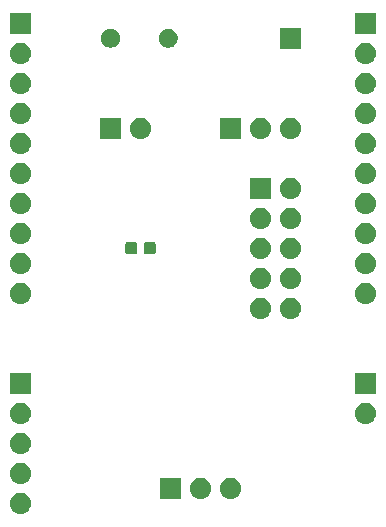
<source format=gbr>
G04 #@! TF.GenerationSoftware,KiCad,Pcbnew,(5.0.1-3-g963ef8bb5)*
G04 #@! TF.CreationDate,2019-11-01T03:39:26+09:00*
G04 #@! TF.ProjectId,DDAC8S,4444414338532E6B696361645F706362,rev?*
G04 #@! TF.SameCoordinates,Original*
G04 #@! TF.FileFunction,Soldermask,Bot*
G04 #@! TF.FilePolarity,Negative*
%FSLAX46Y46*%
G04 Gerber Fmt 4.6, Leading zero omitted, Abs format (unit mm)*
G04 Created by KiCad (PCBNEW (5.0.1-3-g963ef8bb5)) date 2019 November 01, Friday 03:39:26*
%MOMM*%
%LPD*%
G01*
G04 APERTURE LIST*
%ADD10C,0.100000*%
G04 APERTURE END LIST*
D10*
G36*
X152510442Y-131185518D02*
X152576627Y-131192037D01*
X152689853Y-131226384D01*
X152746467Y-131243557D01*
X152876363Y-131312989D01*
X152902991Y-131327222D01*
X152938729Y-131356552D01*
X153040186Y-131439814D01*
X153123448Y-131541271D01*
X153152778Y-131577009D01*
X153152779Y-131577011D01*
X153236443Y-131733533D01*
X153236443Y-131733534D01*
X153287963Y-131903373D01*
X153305359Y-132080000D01*
X153287963Y-132256627D01*
X153253616Y-132369853D01*
X153236443Y-132426467D01*
X153162348Y-132565087D01*
X153152778Y-132582991D01*
X153123448Y-132618729D01*
X153040186Y-132720186D01*
X152938729Y-132803448D01*
X152902991Y-132832778D01*
X152902989Y-132832779D01*
X152746467Y-132916443D01*
X152689853Y-132933616D01*
X152576627Y-132967963D01*
X152510443Y-132974481D01*
X152444260Y-132981000D01*
X152355740Y-132981000D01*
X152289557Y-132974481D01*
X152223373Y-132967963D01*
X152110147Y-132933616D01*
X152053533Y-132916443D01*
X151897011Y-132832779D01*
X151897009Y-132832778D01*
X151861271Y-132803448D01*
X151759814Y-132720186D01*
X151676552Y-132618729D01*
X151647222Y-132582991D01*
X151637652Y-132565087D01*
X151563557Y-132426467D01*
X151546384Y-132369853D01*
X151512037Y-132256627D01*
X151494641Y-132080000D01*
X151512037Y-131903373D01*
X151563557Y-131733534D01*
X151563557Y-131733533D01*
X151647221Y-131577011D01*
X151647222Y-131577009D01*
X151676552Y-131541271D01*
X151759814Y-131439814D01*
X151861271Y-131356552D01*
X151897009Y-131327222D01*
X151923637Y-131312989D01*
X152053533Y-131243557D01*
X152110147Y-131226384D01*
X152223373Y-131192037D01*
X152289558Y-131185518D01*
X152355740Y-131179000D01*
X152444260Y-131179000D01*
X152510442Y-131185518D01*
X152510442Y-131185518D01*
G37*
G36*
X167750442Y-129915518D02*
X167816627Y-129922037D01*
X167929853Y-129956384D01*
X167986467Y-129973557D01*
X168116363Y-130042989D01*
X168142991Y-130057222D01*
X168178729Y-130086552D01*
X168280186Y-130169814D01*
X168363448Y-130271271D01*
X168392778Y-130307009D01*
X168392779Y-130307011D01*
X168476443Y-130463533D01*
X168476443Y-130463534D01*
X168527963Y-130633373D01*
X168545359Y-130810000D01*
X168527963Y-130986627D01*
X168493616Y-131099853D01*
X168476443Y-131156467D01*
X168457430Y-131192037D01*
X168392778Y-131312991D01*
X168363448Y-131348729D01*
X168280186Y-131450186D01*
X168178729Y-131533448D01*
X168142991Y-131562778D01*
X168142989Y-131562779D01*
X167986467Y-131646443D01*
X167929853Y-131663616D01*
X167816627Y-131697963D01*
X167750443Y-131704481D01*
X167684260Y-131711000D01*
X167595740Y-131711000D01*
X167529557Y-131704481D01*
X167463373Y-131697963D01*
X167350147Y-131663616D01*
X167293533Y-131646443D01*
X167137011Y-131562779D01*
X167137009Y-131562778D01*
X167101271Y-131533448D01*
X166999814Y-131450186D01*
X166916552Y-131348729D01*
X166887222Y-131312991D01*
X166822570Y-131192037D01*
X166803557Y-131156467D01*
X166786384Y-131099853D01*
X166752037Y-130986627D01*
X166734641Y-130810000D01*
X166752037Y-130633373D01*
X166803557Y-130463534D01*
X166803557Y-130463533D01*
X166887221Y-130307011D01*
X166887222Y-130307009D01*
X166916552Y-130271271D01*
X166999814Y-130169814D01*
X167101271Y-130086552D01*
X167137009Y-130057222D01*
X167163637Y-130042989D01*
X167293533Y-129973557D01*
X167350147Y-129956384D01*
X167463373Y-129922037D01*
X167529558Y-129915518D01*
X167595740Y-129909000D01*
X167684260Y-129909000D01*
X167750442Y-129915518D01*
X167750442Y-129915518D01*
G37*
G36*
X166001000Y-131711000D02*
X164199000Y-131711000D01*
X164199000Y-129909000D01*
X166001000Y-129909000D01*
X166001000Y-131711000D01*
X166001000Y-131711000D01*
G37*
G36*
X170290442Y-129915518D02*
X170356627Y-129922037D01*
X170469853Y-129956384D01*
X170526467Y-129973557D01*
X170656363Y-130042989D01*
X170682991Y-130057222D01*
X170718729Y-130086552D01*
X170820186Y-130169814D01*
X170903448Y-130271271D01*
X170932778Y-130307009D01*
X170932779Y-130307011D01*
X171016443Y-130463533D01*
X171016443Y-130463534D01*
X171067963Y-130633373D01*
X171085359Y-130810000D01*
X171067963Y-130986627D01*
X171033616Y-131099853D01*
X171016443Y-131156467D01*
X170997430Y-131192037D01*
X170932778Y-131312991D01*
X170903448Y-131348729D01*
X170820186Y-131450186D01*
X170718729Y-131533448D01*
X170682991Y-131562778D01*
X170682989Y-131562779D01*
X170526467Y-131646443D01*
X170469853Y-131663616D01*
X170356627Y-131697963D01*
X170290443Y-131704481D01*
X170224260Y-131711000D01*
X170135740Y-131711000D01*
X170069557Y-131704481D01*
X170003373Y-131697963D01*
X169890147Y-131663616D01*
X169833533Y-131646443D01*
X169677011Y-131562779D01*
X169677009Y-131562778D01*
X169641271Y-131533448D01*
X169539814Y-131450186D01*
X169456552Y-131348729D01*
X169427222Y-131312991D01*
X169362570Y-131192037D01*
X169343557Y-131156467D01*
X169326384Y-131099853D01*
X169292037Y-130986627D01*
X169274641Y-130810000D01*
X169292037Y-130633373D01*
X169343557Y-130463534D01*
X169343557Y-130463533D01*
X169427221Y-130307011D01*
X169427222Y-130307009D01*
X169456552Y-130271271D01*
X169539814Y-130169814D01*
X169641271Y-130086552D01*
X169677009Y-130057222D01*
X169703637Y-130042989D01*
X169833533Y-129973557D01*
X169890147Y-129956384D01*
X170003373Y-129922037D01*
X170069558Y-129915518D01*
X170135740Y-129909000D01*
X170224260Y-129909000D01*
X170290442Y-129915518D01*
X170290442Y-129915518D01*
G37*
G36*
X152510443Y-128645519D02*
X152576627Y-128652037D01*
X152689853Y-128686384D01*
X152746467Y-128703557D01*
X152885087Y-128777652D01*
X152902991Y-128787222D01*
X152938729Y-128816552D01*
X153040186Y-128899814D01*
X153123448Y-129001271D01*
X153152778Y-129037009D01*
X153152779Y-129037011D01*
X153236443Y-129193533D01*
X153236443Y-129193534D01*
X153287963Y-129363373D01*
X153305359Y-129540000D01*
X153287963Y-129716627D01*
X153253616Y-129829853D01*
X153236443Y-129886467D01*
X153217430Y-129922037D01*
X153152778Y-130042991D01*
X153123448Y-130078729D01*
X153040186Y-130180186D01*
X152938729Y-130263448D01*
X152902991Y-130292778D01*
X152902989Y-130292779D01*
X152746467Y-130376443D01*
X152689853Y-130393616D01*
X152576627Y-130427963D01*
X152510443Y-130434481D01*
X152444260Y-130441000D01*
X152355740Y-130441000D01*
X152289557Y-130434481D01*
X152223373Y-130427963D01*
X152110147Y-130393616D01*
X152053533Y-130376443D01*
X151897011Y-130292779D01*
X151897009Y-130292778D01*
X151861271Y-130263448D01*
X151759814Y-130180186D01*
X151676552Y-130078729D01*
X151647222Y-130042991D01*
X151582570Y-129922037D01*
X151563557Y-129886467D01*
X151546384Y-129829853D01*
X151512037Y-129716627D01*
X151494641Y-129540000D01*
X151512037Y-129363373D01*
X151563557Y-129193534D01*
X151563557Y-129193533D01*
X151647221Y-129037011D01*
X151647222Y-129037009D01*
X151676552Y-129001271D01*
X151759814Y-128899814D01*
X151861271Y-128816552D01*
X151897009Y-128787222D01*
X151914913Y-128777652D01*
X152053533Y-128703557D01*
X152110147Y-128686384D01*
X152223373Y-128652037D01*
X152289557Y-128645519D01*
X152355740Y-128639000D01*
X152444260Y-128639000D01*
X152510443Y-128645519D01*
X152510443Y-128645519D01*
G37*
G36*
X152510443Y-126105519D02*
X152576627Y-126112037D01*
X152689853Y-126146384D01*
X152746467Y-126163557D01*
X152885087Y-126237652D01*
X152902991Y-126247222D01*
X152938729Y-126276552D01*
X153040186Y-126359814D01*
X153123448Y-126461271D01*
X153152778Y-126497009D01*
X153152779Y-126497011D01*
X153236443Y-126653533D01*
X153236443Y-126653534D01*
X153287963Y-126823373D01*
X153305359Y-127000000D01*
X153287963Y-127176627D01*
X153253616Y-127289853D01*
X153236443Y-127346467D01*
X153162348Y-127485087D01*
X153152778Y-127502991D01*
X153123448Y-127538729D01*
X153040186Y-127640186D01*
X152938729Y-127723448D01*
X152902991Y-127752778D01*
X152902989Y-127752779D01*
X152746467Y-127836443D01*
X152689853Y-127853616D01*
X152576627Y-127887963D01*
X152510442Y-127894482D01*
X152444260Y-127901000D01*
X152355740Y-127901000D01*
X152289558Y-127894482D01*
X152223373Y-127887963D01*
X152110147Y-127853616D01*
X152053533Y-127836443D01*
X151897011Y-127752779D01*
X151897009Y-127752778D01*
X151861271Y-127723448D01*
X151759814Y-127640186D01*
X151676552Y-127538729D01*
X151647222Y-127502991D01*
X151637652Y-127485087D01*
X151563557Y-127346467D01*
X151546384Y-127289853D01*
X151512037Y-127176627D01*
X151494641Y-127000000D01*
X151512037Y-126823373D01*
X151563557Y-126653534D01*
X151563557Y-126653533D01*
X151647221Y-126497011D01*
X151647222Y-126497009D01*
X151676552Y-126461271D01*
X151759814Y-126359814D01*
X151861271Y-126276552D01*
X151897009Y-126247222D01*
X151914913Y-126237652D01*
X152053533Y-126163557D01*
X152110147Y-126146384D01*
X152223373Y-126112037D01*
X152289557Y-126105519D01*
X152355740Y-126099000D01*
X152444260Y-126099000D01*
X152510443Y-126105519D01*
X152510443Y-126105519D01*
G37*
G36*
X181720442Y-123565518D02*
X181786627Y-123572037D01*
X181899853Y-123606384D01*
X181956467Y-123623557D01*
X182095087Y-123697652D01*
X182112991Y-123707222D01*
X182148729Y-123736552D01*
X182250186Y-123819814D01*
X182333448Y-123921271D01*
X182362778Y-123957009D01*
X182362779Y-123957011D01*
X182446443Y-124113533D01*
X182446443Y-124113534D01*
X182497963Y-124283373D01*
X182515359Y-124460000D01*
X182497963Y-124636627D01*
X182463616Y-124749853D01*
X182446443Y-124806467D01*
X182372348Y-124945087D01*
X182362778Y-124962991D01*
X182333448Y-124998729D01*
X182250186Y-125100186D01*
X182148729Y-125183448D01*
X182112991Y-125212778D01*
X182112989Y-125212779D01*
X181956467Y-125296443D01*
X181899853Y-125313616D01*
X181786627Y-125347963D01*
X181720442Y-125354482D01*
X181654260Y-125361000D01*
X181565740Y-125361000D01*
X181499558Y-125354482D01*
X181433373Y-125347963D01*
X181320147Y-125313616D01*
X181263533Y-125296443D01*
X181107011Y-125212779D01*
X181107009Y-125212778D01*
X181071271Y-125183448D01*
X180969814Y-125100186D01*
X180886552Y-124998729D01*
X180857222Y-124962991D01*
X180847652Y-124945087D01*
X180773557Y-124806467D01*
X180756384Y-124749853D01*
X180722037Y-124636627D01*
X180704641Y-124460000D01*
X180722037Y-124283373D01*
X180773557Y-124113534D01*
X180773557Y-124113533D01*
X180857221Y-123957011D01*
X180857222Y-123957009D01*
X180886552Y-123921271D01*
X180969814Y-123819814D01*
X181071271Y-123736552D01*
X181107009Y-123707222D01*
X181124913Y-123697652D01*
X181263533Y-123623557D01*
X181320147Y-123606384D01*
X181433373Y-123572037D01*
X181499558Y-123565518D01*
X181565740Y-123559000D01*
X181654260Y-123559000D01*
X181720442Y-123565518D01*
X181720442Y-123565518D01*
G37*
G36*
X152510442Y-123565518D02*
X152576627Y-123572037D01*
X152689853Y-123606384D01*
X152746467Y-123623557D01*
X152885087Y-123697652D01*
X152902991Y-123707222D01*
X152938729Y-123736552D01*
X153040186Y-123819814D01*
X153123448Y-123921271D01*
X153152778Y-123957009D01*
X153152779Y-123957011D01*
X153236443Y-124113533D01*
X153236443Y-124113534D01*
X153287963Y-124283373D01*
X153305359Y-124460000D01*
X153287963Y-124636627D01*
X153253616Y-124749853D01*
X153236443Y-124806467D01*
X153162348Y-124945087D01*
X153152778Y-124962991D01*
X153123448Y-124998729D01*
X153040186Y-125100186D01*
X152938729Y-125183448D01*
X152902991Y-125212778D01*
X152902989Y-125212779D01*
X152746467Y-125296443D01*
X152689853Y-125313616D01*
X152576627Y-125347963D01*
X152510442Y-125354482D01*
X152444260Y-125361000D01*
X152355740Y-125361000D01*
X152289558Y-125354482D01*
X152223373Y-125347963D01*
X152110147Y-125313616D01*
X152053533Y-125296443D01*
X151897011Y-125212779D01*
X151897009Y-125212778D01*
X151861271Y-125183448D01*
X151759814Y-125100186D01*
X151676552Y-124998729D01*
X151647222Y-124962991D01*
X151637652Y-124945087D01*
X151563557Y-124806467D01*
X151546384Y-124749853D01*
X151512037Y-124636627D01*
X151494641Y-124460000D01*
X151512037Y-124283373D01*
X151563557Y-124113534D01*
X151563557Y-124113533D01*
X151647221Y-123957011D01*
X151647222Y-123957009D01*
X151676552Y-123921271D01*
X151759814Y-123819814D01*
X151861271Y-123736552D01*
X151897009Y-123707222D01*
X151914913Y-123697652D01*
X152053533Y-123623557D01*
X152110147Y-123606384D01*
X152223373Y-123572037D01*
X152289558Y-123565518D01*
X152355740Y-123559000D01*
X152444260Y-123559000D01*
X152510442Y-123565518D01*
X152510442Y-123565518D01*
G37*
G36*
X153301000Y-122821000D02*
X151499000Y-122821000D01*
X151499000Y-121019000D01*
X153301000Y-121019000D01*
X153301000Y-122821000D01*
X153301000Y-122821000D01*
G37*
G36*
X182511000Y-122821000D02*
X180709000Y-122821000D01*
X180709000Y-121019000D01*
X182511000Y-121019000D01*
X182511000Y-122821000D01*
X182511000Y-122821000D01*
G37*
G36*
X172830443Y-114675519D02*
X172896627Y-114682037D01*
X173009853Y-114716384D01*
X173066467Y-114733557D01*
X173196363Y-114802989D01*
X173222991Y-114817222D01*
X173258729Y-114846552D01*
X173360186Y-114929814D01*
X173443448Y-115031271D01*
X173472778Y-115067009D01*
X173472779Y-115067011D01*
X173556443Y-115223533D01*
X173556443Y-115223534D01*
X173607963Y-115393373D01*
X173625359Y-115570000D01*
X173607963Y-115746627D01*
X173573616Y-115859853D01*
X173556443Y-115916467D01*
X173482348Y-116055087D01*
X173472778Y-116072991D01*
X173443448Y-116108729D01*
X173360186Y-116210186D01*
X173258729Y-116293448D01*
X173222991Y-116322778D01*
X173222989Y-116322779D01*
X173066467Y-116406443D01*
X173009853Y-116423616D01*
X172896627Y-116457963D01*
X172830442Y-116464482D01*
X172764260Y-116471000D01*
X172675740Y-116471000D01*
X172609558Y-116464482D01*
X172543373Y-116457963D01*
X172430147Y-116423616D01*
X172373533Y-116406443D01*
X172217011Y-116322779D01*
X172217009Y-116322778D01*
X172181271Y-116293448D01*
X172079814Y-116210186D01*
X171996552Y-116108729D01*
X171967222Y-116072991D01*
X171957652Y-116055087D01*
X171883557Y-115916467D01*
X171866384Y-115859853D01*
X171832037Y-115746627D01*
X171814641Y-115570000D01*
X171832037Y-115393373D01*
X171883557Y-115223534D01*
X171883557Y-115223533D01*
X171967221Y-115067011D01*
X171967222Y-115067009D01*
X171996552Y-115031271D01*
X172079814Y-114929814D01*
X172181271Y-114846552D01*
X172217009Y-114817222D01*
X172243637Y-114802989D01*
X172373533Y-114733557D01*
X172430147Y-114716384D01*
X172543373Y-114682037D01*
X172609557Y-114675519D01*
X172675740Y-114669000D01*
X172764260Y-114669000D01*
X172830443Y-114675519D01*
X172830443Y-114675519D01*
G37*
G36*
X175370443Y-114675519D02*
X175436627Y-114682037D01*
X175549853Y-114716384D01*
X175606467Y-114733557D01*
X175736363Y-114802989D01*
X175762991Y-114817222D01*
X175798729Y-114846552D01*
X175900186Y-114929814D01*
X175983448Y-115031271D01*
X176012778Y-115067009D01*
X176012779Y-115067011D01*
X176096443Y-115223533D01*
X176096443Y-115223534D01*
X176147963Y-115393373D01*
X176165359Y-115570000D01*
X176147963Y-115746627D01*
X176113616Y-115859853D01*
X176096443Y-115916467D01*
X176022348Y-116055087D01*
X176012778Y-116072991D01*
X175983448Y-116108729D01*
X175900186Y-116210186D01*
X175798729Y-116293448D01*
X175762991Y-116322778D01*
X175762989Y-116322779D01*
X175606467Y-116406443D01*
X175549853Y-116423616D01*
X175436627Y-116457963D01*
X175370442Y-116464482D01*
X175304260Y-116471000D01*
X175215740Y-116471000D01*
X175149558Y-116464482D01*
X175083373Y-116457963D01*
X174970147Y-116423616D01*
X174913533Y-116406443D01*
X174757011Y-116322779D01*
X174757009Y-116322778D01*
X174721271Y-116293448D01*
X174619814Y-116210186D01*
X174536552Y-116108729D01*
X174507222Y-116072991D01*
X174497652Y-116055087D01*
X174423557Y-115916467D01*
X174406384Y-115859853D01*
X174372037Y-115746627D01*
X174354641Y-115570000D01*
X174372037Y-115393373D01*
X174423557Y-115223534D01*
X174423557Y-115223533D01*
X174507221Y-115067011D01*
X174507222Y-115067009D01*
X174536552Y-115031271D01*
X174619814Y-114929814D01*
X174721271Y-114846552D01*
X174757009Y-114817222D01*
X174783637Y-114802989D01*
X174913533Y-114733557D01*
X174970147Y-114716384D01*
X175083373Y-114682037D01*
X175149557Y-114675519D01*
X175215740Y-114669000D01*
X175304260Y-114669000D01*
X175370443Y-114675519D01*
X175370443Y-114675519D01*
G37*
G36*
X152510443Y-113405519D02*
X152576627Y-113412037D01*
X152689853Y-113446384D01*
X152746467Y-113463557D01*
X152876363Y-113532989D01*
X152902991Y-113547222D01*
X152938729Y-113576552D01*
X153040186Y-113659814D01*
X153123448Y-113761271D01*
X153152778Y-113797009D01*
X153152779Y-113797011D01*
X153236443Y-113953533D01*
X153236443Y-113953534D01*
X153287963Y-114123373D01*
X153305359Y-114300000D01*
X153287963Y-114476627D01*
X153253616Y-114589853D01*
X153236443Y-114646467D01*
X153217430Y-114682037D01*
X153152778Y-114802991D01*
X153123448Y-114838729D01*
X153040186Y-114940186D01*
X152938729Y-115023448D01*
X152902991Y-115052778D01*
X152902989Y-115052779D01*
X152746467Y-115136443D01*
X152689853Y-115153616D01*
X152576627Y-115187963D01*
X152510442Y-115194482D01*
X152444260Y-115201000D01*
X152355740Y-115201000D01*
X152289558Y-115194482D01*
X152223373Y-115187963D01*
X152110147Y-115153616D01*
X152053533Y-115136443D01*
X151897011Y-115052779D01*
X151897009Y-115052778D01*
X151861271Y-115023448D01*
X151759814Y-114940186D01*
X151676552Y-114838729D01*
X151647222Y-114802991D01*
X151582570Y-114682037D01*
X151563557Y-114646467D01*
X151546384Y-114589853D01*
X151512037Y-114476627D01*
X151494641Y-114300000D01*
X151512037Y-114123373D01*
X151563557Y-113953534D01*
X151563557Y-113953533D01*
X151647221Y-113797011D01*
X151647222Y-113797009D01*
X151676552Y-113761271D01*
X151759814Y-113659814D01*
X151861271Y-113576552D01*
X151897009Y-113547222D01*
X151923637Y-113532989D01*
X152053533Y-113463557D01*
X152110147Y-113446384D01*
X152223373Y-113412037D01*
X152289557Y-113405519D01*
X152355740Y-113399000D01*
X152444260Y-113399000D01*
X152510443Y-113405519D01*
X152510443Y-113405519D01*
G37*
G36*
X181720443Y-113405519D02*
X181786627Y-113412037D01*
X181899853Y-113446384D01*
X181956467Y-113463557D01*
X182086363Y-113532989D01*
X182112991Y-113547222D01*
X182148729Y-113576552D01*
X182250186Y-113659814D01*
X182333448Y-113761271D01*
X182362778Y-113797009D01*
X182362779Y-113797011D01*
X182446443Y-113953533D01*
X182446443Y-113953534D01*
X182497963Y-114123373D01*
X182515359Y-114300000D01*
X182497963Y-114476627D01*
X182463616Y-114589853D01*
X182446443Y-114646467D01*
X182427430Y-114682037D01*
X182362778Y-114802991D01*
X182333448Y-114838729D01*
X182250186Y-114940186D01*
X182148729Y-115023448D01*
X182112991Y-115052778D01*
X182112989Y-115052779D01*
X181956467Y-115136443D01*
X181899853Y-115153616D01*
X181786627Y-115187963D01*
X181720442Y-115194482D01*
X181654260Y-115201000D01*
X181565740Y-115201000D01*
X181499558Y-115194482D01*
X181433373Y-115187963D01*
X181320147Y-115153616D01*
X181263533Y-115136443D01*
X181107011Y-115052779D01*
X181107009Y-115052778D01*
X181071271Y-115023448D01*
X180969814Y-114940186D01*
X180886552Y-114838729D01*
X180857222Y-114802991D01*
X180792570Y-114682037D01*
X180773557Y-114646467D01*
X180756384Y-114589853D01*
X180722037Y-114476627D01*
X180704641Y-114300000D01*
X180722037Y-114123373D01*
X180773557Y-113953534D01*
X180773557Y-113953533D01*
X180857221Y-113797011D01*
X180857222Y-113797009D01*
X180886552Y-113761271D01*
X180969814Y-113659814D01*
X181071271Y-113576552D01*
X181107009Y-113547222D01*
X181133637Y-113532989D01*
X181263533Y-113463557D01*
X181320147Y-113446384D01*
X181433373Y-113412037D01*
X181499557Y-113405519D01*
X181565740Y-113399000D01*
X181654260Y-113399000D01*
X181720443Y-113405519D01*
X181720443Y-113405519D01*
G37*
G36*
X172830443Y-112135519D02*
X172896627Y-112142037D01*
X173009853Y-112176384D01*
X173066467Y-112193557D01*
X173196363Y-112262989D01*
X173222991Y-112277222D01*
X173258729Y-112306552D01*
X173360186Y-112389814D01*
X173443448Y-112491271D01*
X173472778Y-112527009D01*
X173472779Y-112527011D01*
X173556443Y-112683533D01*
X173556443Y-112683534D01*
X173607963Y-112853373D01*
X173625359Y-113030000D01*
X173607963Y-113206627D01*
X173573616Y-113319853D01*
X173556443Y-113376467D01*
X173537430Y-113412037D01*
X173472778Y-113532991D01*
X173443448Y-113568729D01*
X173360186Y-113670186D01*
X173258729Y-113753448D01*
X173222991Y-113782778D01*
X173222989Y-113782779D01*
X173066467Y-113866443D01*
X173009853Y-113883616D01*
X172896627Y-113917963D01*
X172830443Y-113924481D01*
X172764260Y-113931000D01*
X172675740Y-113931000D01*
X172609557Y-113924481D01*
X172543373Y-113917963D01*
X172430147Y-113883616D01*
X172373533Y-113866443D01*
X172217011Y-113782779D01*
X172217009Y-113782778D01*
X172181271Y-113753448D01*
X172079814Y-113670186D01*
X171996552Y-113568729D01*
X171967222Y-113532991D01*
X171902570Y-113412037D01*
X171883557Y-113376467D01*
X171866384Y-113319853D01*
X171832037Y-113206627D01*
X171814641Y-113030000D01*
X171832037Y-112853373D01*
X171883557Y-112683534D01*
X171883557Y-112683533D01*
X171967221Y-112527011D01*
X171967222Y-112527009D01*
X171996552Y-112491271D01*
X172079814Y-112389814D01*
X172181271Y-112306552D01*
X172217009Y-112277222D01*
X172243637Y-112262989D01*
X172373533Y-112193557D01*
X172430147Y-112176384D01*
X172543373Y-112142037D01*
X172609557Y-112135519D01*
X172675740Y-112129000D01*
X172764260Y-112129000D01*
X172830443Y-112135519D01*
X172830443Y-112135519D01*
G37*
G36*
X175370443Y-112135519D02*
X175436627Y-112142037D01*
X175549853Y-112176384D01*
X175606467Y-112193557D01*
X175736363Y-112262989D01*
X175762991Y-112277222D01*
X175798729Y-112306552D01*
X175900186Y-112389814D01*
X175983448Y-112491271D01*
X176012778Y-112527009D01*
X176012779Y-112527011D01*
X176096443Y-112683533D01*
X176096443Y-112683534D01*
X176147963Y-112853373D01*
X176165359Y-113030000D01*
X176147963Y-113206627D01*
X176113616Y-113319853D01*
X176096443Y-113376467D01*
X176077430Y-113412037D01*
X176012778Y-113532991D01*
X175983448Y-113568729D01*
X175900186Y-113670186D01*
X175798729Y-113753448D01*
X175762991Y-113782778D01*
X175762989Y-113782779D01*
X175606467Y-113866443D01*
X175549853Y-113883616D01*
X175436627Y-113917963D01*
X175370443Y-113924481D01*
X175304260Y-113931000D01*
X175215740Y-113931000D01*
X175149557Y-113924481D01*
X175083373Y-113917963D01*
X174970147Y-113883616D01*
X174913533Y-113866443D01*
X174757011Y-113782779D01*
X174757009Y-113782778D01*
X174721271Y-113753448D01*
X174619814Y-113670186D01*
X174536552Y-113568729D01*
X174507222Y-113532991D01*
X174442570Y-113412037D01*
X174423557Y-113376467D01*
X174406384Y-113319853D01*
X174372037Y-113206627D01*
X174354641Y-113030000D01*
X174372037Y-112853373D01*
X174423557Y-112683534D01*
X174423557Y-112683533D01*
X174507221Y-112527011D01*
X174507222Y-112527009D01*
X174536552Y-112491271D01*
X174619814Y-112389814D01*
X174721271Y-112306552D01*
X174757009Y-112277222D01*
X174783637Y-112262989D01*
X174913533Y-112193557D01*
X174970147Y-112176384D01*
X175083373Y-112142037D01*
X175149557Y-112135519D01*
X175215740Y-112129000D01*
X175304260Y-112129000D01*
X175370443Y-112135519D01*
X175370443Y-112135519D01*
G37*
G36*
X152507412Y-110865220D02*
X152576627Y-110872037D01*
X152680574Y-110903569D01*
X152746467Y-110923557D01*
X152842402Y-110974836D01*
X152902991Y-111007222D01*
X152938729Y-111036552D01*
X153040186Y-111119814D01*
X153123448Y-111221271D01*
X153152778Y-111257009D01*
X153152779Y-111257011D01*
X153236443Y-111413533D01*
X153236443Y-111413534D01*
X153287963Y-111583373D01*
X153305359Y-111760000D01*
X153287963Y-111936627D01*
X153253616Y-112049853D01*
X153236443Y-112106467D01*
X153217430Y-112142037D01*
X153152778Y-112262991D01*
X153123448Y-112298729D01*
X153040186Y-112400186D01*
X152938729Y-112483448D01*
X152902991Y-112512778D01*
X152902989Y-112512779D01*
X152746467Y-112596443D01*
X152689853Y-112613616D01*
X152576627Y-112647963D01*
X152510442Y-112654482D01*
X152444260Y-112661000D01*
X152355740Y-112661000D01*
X152289558Y-112654482D01*
X152223373Y-112647963D01*
X152110147Y-112613616D01*
X152053533Y-112596443D01*
X151897011Y-112512779D01*
X151897009Y-112512778D01*
X151861271Y-112483448D01*
X151759814Y-112400186D01*
X151676552Y-112298729D01*
X151647222Y-112262991D01*
X151582570Y-112142037D01*
X151563557Y-112106467D01*
X151546384Y-112049853D01*
X151512037Y-111936627D01*
X151494641Y-111760000D01*
X151512037Y-111583373D01*
X151563557Y-111413534D01*
X151563557Y-111413533D01*
X151647221Y-111257011D01*
X151647222Y-111257009D01*
X151676552Y-111221271D01*
X151759814Y-111119814D01*
X151861271Y-111036552D01*
X151897009Y-111007222D01*
X151957598Y-110974836D01*
X152053533Y-110923557D01*
X152119426Y-110903569D01*
X152223373Y-110872037D01*
X152292588Y-110865220D01*
X152355740Y-110859000D01*
X152444260Y-110859000D01*
X152507412Y-110865220D01*
X152507412Y-110865220D01*
G37*
G36*
X181717412Y-110865220D02*
X181786627Y-110872037D01*
X181890574Y-110903569D01*
X181956467Y-110923557D01*
X182052402Y-110974836D01*
X182112991Y-111007222D01*
X182148729Y-111036552D01*
X182250186Y-111119814D01*
X182333448Y-111221271D01*
X182362778Y-111257009D01*
X182362779Y-111257011D01*
X182446443Y-111413533D01*
X182446443Y-111413534D01*
X182497963Y-111583373D01*
X182515359Y-111760000D01*
X182497963Y-111936627D01*
X182463616Y-112049853D01*
X182446443Y-112106467D01*
X182427430Y-112142037D01*
X182362778Y-112262991D01*
X182333448Y-112298729D01*
X182250186Y-112400186D01*
X182148729Y-112483448D01*
X182112991Y-112512778D01*
X182112989Y-112512779D01*
X181956467Y-112596443D01*
X181899853Y-112613616D01*
X181786627Y-112647963D01*
X181720442Y-112654482D01*
X181654260Y-112661000D01*
X181565740Y-112661000D01*
X181499558Y-112654482D01*
X181433373Y-112647963D01*
X181320147Y-112613616D01*
X181263533Y-112596443D01*
X181107011Y-112512779D01*
X181107009Y-112512778D01*
X181071271Y-112483448D01*
X180969814Y-112400186D01*
X180886552Y-112298729D01*
X180857222Y-112262991D01*
X180792570Y-112142037D01*
X180773557Y-112106467D01*
X180756384Y-112049853D01*
X180722037Y-111936627D01*
X180704641Y-111760000D01*
X180722037Y-111583373D01*
X180773557Y-111413534D01*
X180773557Y-111413533D01*
X180857221Y-111257011D01*
X180857222Y-111257009D01*
X180886552Y-111221271D01*
X180969814Y-111119814D01*
X181071271Y-111036552D01*
X181107009Y-111007222D01*
X181167598Y-110974836D01*
X181263533Y-110923557D01*
X181329426Y-110903569D01*
X181433373Y-110872037D01*
X181502588Y-110865220D01*
X181565740Y-110859000D01*
X181654260Y-110859000D01*
X181717412Y-110865220D01*
X181717412Y-110865220D01*
G37*
G36*
X175370442Y-109595518D02*
X175436627Y-109602037D01*
X175549853Y-109636384D01*
X175606467Y-109653557D01*
X175736363Y-109722989D01*
X175762991Y-109737222D01*
X175798729Y-109766552D01*
X175900186Y-109849814D01*
X175983448Y-109951271D01*
X176012778Y-109987009D01*
X176012779Y-109987011D01*
X176096443Y-110143533D01*
X176096443Y-110143534D01*
X176147963Y-110313373D01*
X176165359Y-110490000D01*
X176147963Y-110666627D01*
X176116074Y-110771750D01*
X176096443Y-110836467D01*
X176038718Y-110944461D01*
X176012778Y-110992991D01*
X175997746Y-111011307D01*
X175900186Y-111130186D01*
X175798729Y-111213448D01*
X175762991Y-111242778D01*
X175762989Y-111242779D01*
X175606467Y-111326443D01*
X175549853Y-111343616D01*
X175436627Y-111377963D01*
X175370443Y-111384481D01*
X175304260Y-111391000D01*
X175215740Y-111391000D01*
X175149557Y-111384481D01*
X175083373Y-111377963D01*
X174970147Y-111343616D01*
X174913533Y-111326443D01*
X174757011Y-111242779D01*
X174757009Y-111242778D01*
X174721271Y-111213448D01*
X174619814Y-111130186D01*
X174522254Y-111011307D01*
X174507222Y-110992991D01*
X174481282Y-110944461D01*
X174423557Y-110836467D01*
X174403926Y-110771750D01*
X174372037Y-110666627D01*
X174354641Y-110490000D01*
X174372037Y-110313373D01*
X174423557Y-110143534D01*
X174423557Y-110143533D01*
X174507221Y-109987011D01*
X174507222Y-109987009D01*
X174536552Y-109951271D01*
X174619814Y-109849814D01*
X174721271Y-109766552D01*
X174757009Y-109737222D01*
X174783637Y-109722989D01*
X174913533Y-109653557D01*
X174970147Y-109636384D01*
X175083373Y-109602037D01*
X175149558Y-109595518D01*
X175215740Y-109589000D01*
X175304260Y-109589000D01*
X175370442Y-109595518D01*
X175370442Y-109595518D01*
G37*
G36*
X172830442Y-109595518D02*
X172896627Y-109602037D01*
X173009853Y-109636384D01*
X173066467Y-109653557D01*
X173196363Y-109722989D01*
X173222991Y-109737222D01*
X173258729Y-109766552D01*
X173360186Y-109849814D01*
X173443448Y-109951271D01*
X173472778Y-109987009D01*
X173472779Y-109987011D01*
X173556443Y-110143533D01*
X173556443Y-110143534D01*
X173607963Y-110313373D01*
X173625359Y-110490000D01*
X173607963Y-110666627D01*
X173576074Y-110771750D01*
X173556443Y-110836467D01*
X173498718Y-110944461D01*
X173472778Y-110992991D01*
X173457746Y-111011307D01*
X173360186Y-111130186D01*
X173258729Y-111213448D01*
X173222991Y-111242778D01*
X173222989Y-111242779D01*
X173066467Y-111326443D01*
X173009853Y-111343616D01*
X172896627Y-111377963D01*
X172830443Y-111384481D01*
X172764260Y-111391000D01*
X172675740Y-111391000D01*
X172609557Y-111384481D01*
X172543373Y-111377963D01*
X172430147Y-111343616D01*
X172373533Y-111326443D01*
X172217011Y-111242779D01*
X172217009Y-111242778D01*
X172181271Y-111213448D01*
X172079814Y-111130186D01*
X171982254Y-111011307D01*
X171967222Y-110992991D01*
X171941282Y-110944461D01*
X171883557Y-110836467D01*
X171863926Y-110771750D01*
X171832037Y-110666627D01*
X171814641Y-110490000D01*
X171832037Y-110313373D01*
X171883557Y-110143534D01*
X171883557Y-110143533D01*
X171967221Y-109987011D01*
X171967222Y-109987009D01*
X171996552Y-109951271D01*
X172079814Y-109849814D01*
X172181271Y-109766552D01*
X172217009Y-109737222D01*
X172243637Y-109722989D01*
X172373533Y-109653557D01*
X172430147Y-109636384D01*
X172543373Y-109602037D01*
X172609558Y-109595518D01*
X172675740Y-109589000D01*
X172764260Y-109589000D01*
X172830442Y-109595518D01*
X172830442Y-109595518D01*
G37*
G36*
X162114591Y-109968085D02*
X162148569Y-109978393D01*
X162179887Y-109995133D01*
X162207339Y-110017661D01*
X162229867Y-110045113D01*
X162246607Y-110076431D01*
X162256915Y-110110409D01*
X162261000Y-110151890D01*
X162261000Y-110828110D01*
X162256915Y-110869591D01*
X162246607Y-110903569D01*
X162229867Y-110934887D01*
X162207339Y-110962339D01*
X162179887Y-110984867D01*
X162148569Y-111001607D01*
X162114591Y-111011915D01*
X162073110Y-111016000D01*
X161471890Y-111016000D01*
X161430409Y-111011915D01*
X161396431Y-111001607D01*
X161365113Y-110984867D01*
X161337661Y-110962339D01*
X161315133Y-110934887D01*
X161298393Y-110903569D01*
X161288085Y-110869591D01*
X161284000Y-110828110D01*
X161284000Y-110151890D01*
X161288085Y-110110409D01*
X161298393Y-110076431D01*
X161315133Y-110045113D01*
X161337661Y-110017661D01*
X161365113Y-109995133D01*
X161396431Y-109978393D01*
X161430409Y-109968085D01*
X161471890Y-109964000D01*
X162073110Y-109964000D01*
X162114591Y-109968085D01*
X162114591Y-109968085D01*
G37*
G36*
X163689591Y-109968085D02*
X163723569Y-109978393D01*
X163754887Y-109995133D01*
X163782339Y-110017661D01*
X163804867Y-110045113D01*
X163821607Y-110076431D01*
X163831915Y-110110409D01*
X163836000Y-110151890D01*
X163836000Y-110828110D01*
X163831915Y-110869591D01*
X163821607Y-110903569D01*
X163804867Y-110934887D01*
X163782339Y-110962339D01*
X163754887Y-110984867D01*
X163723569Y-111001607D01*
X163689591Y-111011915D01*
X163648110Y-111016000D01*
X163046890Y-111016000D01*
X163005409Y-111011915D01*
X162971431Y-111001607D01*
X162940113Y-110984867D01*
X162912661Y-110962339D01*
X162890133Y-110934887D01*
X162873393Y-110903569D01*
X162863085Y-110869591D01*
X162859000Y-110828110D01*
X162859000Y-110151890D01*
X162863085Y-110110409D01*
X162873393Y-110076431D01*
X162890133Y-110045113D01*
X162912661Y-110017661D01*
X162940113Y-109995133D01*
X162971431Y-109978393D01*
X163005409Y-109968085D01*
X163046890Y-109964000D01*
X163648110Y-109964000D01*
X163689591Y-109968085D01*
X163689591Y-109968085D01*
G37*
G36*
X181720443Y-108325519D02*
X181786627Y-108332037D01*
X181899853Y-108366384D01*
X181956467Y-108383557D01*
X182086363Y-108452989D01*
X182112991Y-108467222D01*
X182148729Y-108496552D01*
X182250186Y-108579814D01*
X182333448Y-108681271D01*
X182362778Y-108717009D01*
X182362779Y-108717011D01*
X182446443Y-108873533D01*
X182446443Y-108873534D01*
X182497963Y-109043373D01*
X182515359Y-109220000D01*
X182497963Y-109396627D01*
X182463616Y-109509853D01*
X182446443Y-109566467D01*
X182427430Y-109602037D01*
X182362778Y-109722991D01*
X182333448Y-109758729D01*
X182250186Y-109860186D01*
X182148729Y-109943448D01*
X182112991Y-109972778D01*
X182112989Y-109972779D01*
X181956467Y-110056443D01*
X181903362Y-110072552D01*
X181786627Y-110107963D01*
X181720443Y-110114481D01*
X181654260Y-110121000D01*
X181565740Y-110121000D01*
X181499557Y-110114481D01*
X181433373Y-110107963D01*
X181316638Y-110072552D01*
X181263533Y-110056443D01*
X181107011Y-109972779D01*
X181107009Y-109972778D01*
X181071271Y-109943448D01*
X180969814Y-109860186D01*
X180886552Y-109758729D01*
X180857222Y-109722991D01*
X180792570Y-109602037D01*
X180773557Y-109566467D01*
X180756384Y-109509853D01*
X180722037Y-109396627D01*
X180704641Y-109220000D01*
X180722037Y-109043373D01*
X180773557Y-108873534D01*
X180773557Y-108873533D01*
X180857221Y-108717011D01*
X180857222Y-108717009D01*
X180886552Y-108681271D01*
X180969814Y-108579814D01*
X181071271Y-108496552D01*
X181107009Y-108467222D01*
X181133637Y-108452989D01*
X181263533Y-108383557D01*
X181320147Y-108366384D01*
X181433373Y-108332037D01*
X181499557Y-108325519D01*
X181565740Y-108319000D01*
X181654260Y-108319000D01*
X181720443Y-108325519D01*
X181720443Y-108325519D01*
G37*
G36*
X152510443Y-108325519D02*
X152576627Y-108332037D01*
X152689853Y-108366384D01*
X152746467Y-108383557D01*
X152876363Y-108452989D01*
X152902991Y-108467222D01*
X152938729Y-108496552D01*
X153040186Y-108579814D01*
X153123448Y-108681271D01*
X153152778Y-108717009D01*
X153152779Y-108717011D01*
X153236443Y-108873533D01*
X153236443Y-108873534D01*
X153287963Y-109043373D01*
X153305359Y-109220000D01*
X153287963Y-109396627D01*
X153253616Y-109509853D01*
X153236443Y-109566467D01*
X153217430Y-109602037D01*
X153152778Y-109722991D01*
X153123448Y-109758729D01*
X153040186Y-109860186D01*
X152938729Y-109943448D01*
X152902991Y-109972778D01*
X152902989Y-109972779D01*
X152746467Y-110056443D01*
X152693362Y-110072552D01*
X152576627Y-110107963D01*
X152510443Y-110114481D01*
X152444260Y-110121000D01*
X152355740Y-110121000D01*
X152289557Y-110114481D01*
X152223373Y-110107963D01*
X152106638Y-110072552D01*
X152053533Y-110056443D01*
X151897011Y-109972779D01*
X151897009Y-109972778D01*
X151861271Y-109943448D01*
X151759814Y-109860186D01*
X151676552Y-109758729D01*
X151647222Y-109722991D01*
X151582570Y-109602037D01*
X151563557Y-109566467D01*
X151546384Y-109509853D01*
X151512037Y-109396627D01*
X151494641Y-109220000D01*
X151512037Y-109043373D01*
X151563557Y-108873534D01*
X151563557Y-108873533D01*
X151647221Y-108717011D01*
X151647222Y-108717009D01*
X151676552Y-108681271D01*
X151759814Y-108579814D01*
X151861271Y-108496552D01*
X151897009Y-108467222D01*
X151923637Y-108452989D01*
X152053533Y-108383557D01*
X152110147Y-108366384D01*
X152223373Y-108332037D01*
X152289557Y-108325519D01*
X152355740Y-108319000D01*
X152444260Y-108319000D01*
X152510443Y-108325519D01*
X152510443Y-108325519D01*
G37*
G36*
X172830442Y-107055518D02*
X172896627Y-107062037D01*
X173009853Y-107096384D01*
X173066467Y-107113557D01*
X173196363Y-107182989D01*
X173222991Y-107197222D01*
X173258729Y-107226552D01*
X173360186Y-107309814D01*
X173443448Y-107411271D01*
X173472778Y-107447009D01*
X173472779Y-107447011D01*
X173556443Y-107603533D01*
X173556443Y-107603534D01*
X173607963Y-107773373D01*
X173625359Y-107950000D01*
X173607963Y-108126627D01*
X173573616Y-108239853D01*
X173556443Y-108296467D01*
X173537430Y-108332037D01*
X173472778Y-108452991D01*
X173443448Y-108488729D01*
X173360186Y-108590186D01*
X173258729Y-108673448D01*
X173222991Y-108702778D01*
X173222989Y-108702779D01*
X173066467Y-108786443D01*
X173009853Y-108803616D01*
X172896627Y-108837963D01*
X172830442Y-108844482D01*
X172764260Y-108851000D01*
X172675740Y-108851000D01*
X172609558Y-108844482D01*
X172543373Y-108837963D01*
X172430147Y-108803616D01*
X172373533Y-108786443D01*
X172217011Y-108702779D01*
X172217009Y-108702778D01*
X172181271Y-108673448D01*
X172079814Y-108590186D01*
X171996552Y-108488729D01*
X171967222Y-108452991D01*
X171902570Y-108332037D01*
X171883557Y-108296467D01*
X171866384Y-108239853D01*
X171832037Y-108126627D01*
X171814641Y-107950000D01*
X171832037Y-107773373D01*
X171883557Y-107603534D01*
X171883557Y-107603533D01*
X171967221Y-107447011D01*
X171967222Y-107447009D01*
X171996552Y-107411271D01*
X172079814Y-107309814D01*
X172181271Y-107226552D01*
X172217009Y-107197222D01*
X172243637Y-107182989D01*
X172373533Y-107113557D01*
X172430147Y-107096384D01*
X172543373Y-107062037D01*
X172609558Y-107055518D01*
X172675740Y-107049000D01*
X172764260Y-107049000D01*
X172830442Y-107055518D01*
X172830442Y-107055518D01*
G37*
G36*
X175370442Y-107055518D02*
X175436627Y-107062037D01*
X175549853Y-107096384D01*
X175606467Y-107113557D01*
X175736363Y-107182989D01*
X175762991Y-107197222D01*
X175798729Y-107226552D01*
X175900186Y-107309814D01*
X175983448Y-107411271D01*
X176012778Y-107447009D01*
X176012779Y-107447011D01*
X176096443Y-107603533D01*
X176096443Y-107603534D01*
X176147963Y-107773373D01*
X176165359Y-107950000D01*
X176147963Y-108126627D01*
X176113616Y-108239853D01*
X176096443Y-108296467D01*
X176077430Y-108332037D01*
X176012778Y-108452991D01*
X175983448Y-108488729D01*
X175900186Y-108590186D01*
X175798729Y-108673448D01*
X175762991Y-108702778D01*
X175762989Y-108702779D01*
X175606467Y-108786443D01*
X175549853Y-108803616D01*
X175436627Y-108837963D01*
X175370442Y-108844482D01*
X175304260Y-108851000D01*
X175215740Y-108851000D01*
X175149558Y-108844482D01*
X175083373Y-108837963D01*
X174970147Y-108803616D01*
X174913533Y-108786443D01*
X174757011Y-108702779D01*
X174757009Y-108702778D01*
X174721271Y-108673448D01*
X174619814Y-108590186D01*
X174536552Y-108488729D01*
X174507222Y-108452991D01*
X174442570Y-108332037D01*
X174423557Y-108296467D01*
X174406384Y-108239853D01*
X174372037Y-108126627D01*
X174354641Y-107950000D01*
X174372037Y-107773373D01*
X174423557Y-107603534D01*
X174423557Y-107603533D01*
X174507221Y-107447011D01*
X174507222Y-107447009D01*
X174536552Y-107411271D01*
X174619814Y-107309814D01*
X174721271Y-107226552D01*
X174757009Y-107197222D01*
X174783637Y-107182989D01*
X174913533Y-107113557D01*
X174970147Y-107096384D01*
X175083373Y-107062037D01*
X175149558Y-107055518D01*
X175215740Y-107049000D01*
X175304260Y-107049000D01*
X175370442Y-107055518D01*
X175370442Y-107055518D01*
G37*
G36*
X152510443Y-105785519D02*
X152576627Y-105792037D01*
X152689853Y-105826384D01*
X152746467Y-105843557D01*
X152876363Y-105912989D01*
X152902991Y-105927222D01*
X152938729Y-105956552D01*
X153040186Y-106039814D01*
X153123448Y-106141271D01*
X153152778Y-106177009D01*
X153152779Y-106177011D01*
X153236443Y-106333533D01*
X153236443Y-106333534D01*
X153287963Y-106503373D01*
X153305359Y-106680000D01*
X153287963Y-106856627D01*
X153253616Y-106969853D01*
X153236443Y-107026467D01*
X153217430Y-107062037D01*
X153152778Y-107182991D01*
X153123448Y-107218729D01*
X153040186Y-107320186D01*
X152938729Y-107403448D01*
X152902991Y-107432778D01*
X152902989Y-107432779D01*
X152746467Y-107516443D01*
X152689853Y-107533616D01*
X152576627Y-107567963D01*
X152510443Y-107574481D01*
X152444260Y-107581000D01*
X152355740Y-107581000D01*
X152289557Y-107574481D01*
X152223373Y-107567963D01*
X152110147Y-107533616D01*
X152053533Y-107516443D01*
X151897011Y-107432779D01*
X151897009Y-107432778D01*
X151861271Y-107403448D01*
X151759814Y-107320186D01*
X151676552Y-107218729D01*
X151647222Y-107182991D01*
X151582570Y-107062037D01*
X151563557Y-107026467D01*
X151546384Y-106969853D01*
X151512037Y-106856627D01*
X151494641Y-106680000D01*
X151512037Y-106503373D01*
X151563557Y-106333534D01*
X151563557Y-106333533D01*
X151647221Y-106177011D01*
X151647222Y-106177009D01*
X151676552Y-106141271D01*
X151759814Y-106039814D01*
X151861271Y-105956552D01*
X151897009Y-105927222D01*
X151923637Y-105912989D01*
X152053533Y-105843557D01*
X152110147Y-105826384D01*
X152223373Y-105792037D01*
X152289557Y-105785519D01*
X152355740Y-105779000D01*
X152444260Y-105779000D01*
X152510443Y-105785519D01*
X152510443Y-105785519D01*
G37*
G36*
X181720443Y-105785519D02*
X181786627Y-105792037D01*
X181899853Y-105826384D01*
X181956467Y-105843557D01*
X182086363Y-105912989D01*
X182112991Y-105927222D01*
X182148729Y-105956552D01*
X182250186Y-106039814D01*
X182333448Y-106141271D01*
X182362778Y-106177009D01*
X182362779Y-106177011D01*
X182446443Y-106333533D01*
X182446443Y-106333534D01*
X182497963Y-106503373D01*
X182515359Y-106680000D01*
X182497963Y-106856627D01*
X182463616Y-106969853D01*
X182446443Y-107026467D01*
X182427430Y-107062037D01*
X182362778Y-107182991D01*
X182333448Y-107218729D01*
X182250186Y-107320186D01*
X182148729Y-107403448D01*
X182112991Y-107432778D01*
X182112989Y-107432779D01*
X181956467Y-107516443D01*
X181899853Y-107533616D01*
X181786627Y-107567963D01*
X181720443Y-107574481D01*
X181654260Y-107581000D01*
X181565740Y-107581000D01*
X181499557Y-107574481D01*
X181433373Y-107567963D01*
X181320147Y-107533616D01*
X181263533Y-107516443D01*
X181107011Y-107432779D01*
X181107009Y-107432778D01*
X181071271Y-107403448D01*
X180969814Y-107320186D01*
X180886552Y-107218729D01*
X180857222Y-107182991D01*
X180792570Y-107062037D01*
X180773557Y-107026467D01*
X180756384Y-106969853D01*
X180722037Y-106856627D01*
X180704641Y-106680000D01*
X180722037Y-106503373D01*
X180773557Y-106333534D01*
X180773557Y-106333533D01*
X180857221Y-106177011D01*
X180857222Y-106177009D01*
X180886552Y-106141271D01*
X180969814Y-106039814D01*
X181071271Y-105956552D01*
X181107009Y-105927222D01*
X181133637Y-105912989D01*
X181263533Y-105843557D01*
X181320147Y-105826384D01*
X181433373Y-105792037D01*
X181499557Y-105785519D01*
X181565740Y-105779000D01*
X181654260Y-105779000D01*
X181720443Y-105785519D01*
X181720443Y-105785519D01*
G37*
G36*
X173621000Y-106311000D02*
X171819000Y-106311000D01*
X171819000Y-104509000D01*
X173621000Y-104509000D01*
X173621000Y-106311000D01*
X173621000Y-106311000D01*
G37*
G36*
X175370443Y-104515519D02*
X175436627Y-104522037D01*
X175549853Y-104556384D01*
X175606467Y-104573557D01*
X175736363Y-104642989D01*
X175762991Y-104657222D01*
X175798729Y-104686552D01*
X175900186Y-104769814D01*
X175983448Y-104871271D01*
X176012778Y-104907009D01*
X176012779Y-104907011D01*
X176096443Y-105063533D01*
X176096443Y-105063534D01*
X176147963Y-105233373D01*
X176165359Y-105410000D01*
X176147963Y-105586627D01*
X176113616Y-105699853D01*
X176096443Y-105756467D01*
X176077430Y-105792037D01*
X176012778Y-105912991D01*
X175983448Y-105948729D01*
X175900186Y-106050186D01*
X175798729Y-106133448D01*
X175762991Y-106162778D01*
X175762989Y-106162779D01*
X175606467Y-106246443D01*
X175549853Y-106263616D01*
X175436627Y-106297963D01*
X175370442Y-106304482D01*
X175304260Y-106311000D01*
X175215740Y-106311000D01*
X175149558Y-106304482D01*
X175083373Y-106297963D01*
X174970147Y-106263616D01*
X174913533Y-106246443D01*
X174757011Y-106162779D01*
X174757009Y-106162778D01*
X174721271Y-106133448D01*
X174619814Y-106050186D01*
X174536552Y-105948729D01*
X174507222Y-105912991D01*
X174442570Y-105792037D01*
X174423557Y-105756467D01*
X174406384Y-105699853D01*
X174372037Y-105586627D01*
X174354641Y-105410000D01*
X174372037Y-105233373D01*
X174423557Y-105063534D01*
X174423557Y-105063533D01*
X174507221Y-104907011D01*
X174507222Y-104907009D01*
X174536552Y-104871271D01*
X174619814Y-104769814D01*
X174721271Y-104686552D01*
X174757009Y-104657222D01*
X174783637Y-104642989D01*
X174913533Y-104573557D01*
X174970147Y-104556384D01*
X175083373Y-104522037D01*
X175149557Y-104515519D01*
X175215740Y-104509000D01*
X175304260Y-104509000D01*
X175370443Y-104515519D01*
X175370443Y-104515519D01*
G37*
G36*
X181720443Y-103245519D02*
X181786627Y-103252037D01*
X181899853Y-103286384D01*
X181956467Y-103303557D01*
X182095087Y-103377652D01*
X182112991Y-103387222D01*
X182148729Y-103416552D01*
X182250186Y-103499814D01*
X182333448Y-103601271D01*
X182362778Y-103637009D01*
X182362779Y-103637011D01*
X182446443Y-103793533D01*
X182446443Y-103793534D01*
X182497963Y-103963373D01*
X182515359Y-104140000D01*
X182497963Y-104316627D01*
X182463616Y-104429853D01*
X182446443Y-104486467D01*
X182427430Y-104522037D01*
X182362778Y-104642991D01*
X182333448Y-104678729D01*
X182250186Y-104780186D01*
X182148729Y-104863448D01*
X182112991Y-104892778D01*
X182112989Y-104892779D01*
X181956467Y-104976443D01*
X181899853Y-104993616D01*
X181786627Y-105027963D01*
X181720442Y-105034482D01*
X181654260Y-105041000D01*
X181565740Y-105041000D01*
X181499557Y-105034481D01*
X181433373Y-105027963D01*
X181320147Y-104993616D01*
X181263533Y-104976443D01*
X181107011Y-104892779D01*
X181107009Y-104892778D01*
X181071271Y-104863448D01*
X180969814Y-104780186D01*
X180886552Y-104678729D01*
X180857222Y-104642991D01*
X180792570Y-104522037D01*
X180773557Y-104486467D01*
X180756384Y-104429853D01*
X180722037Y-104316627D01*
X180704641Y-104140000D01*
X180722037Y-103963373D01*
X180773557Y-103793534D01*
X180773557Y-103793533D01*
X180857221Y-103637011D01*
X180857222Y-103637009D01*
X180886552Y-103601271D01*
X180969814Y-103499814D01*
X181071271Y-103416552D01*
X181107009Y-103387222D01*
X181124913Y-103377652D01*
X181263533Y-103303557D01*
X181320147Y-103286384D01*
X181433373Y-103252037D01*
X181499558Y-103245518D01*
X181565740Y-103239000D01*
X181654260Y-103239000D01*
X181720443Y-103245519D01*
X181720443Y-103245519D01*
G37*
G36*
X152510443Y-103245519D02*
X152576627Y-103252037D01*
X152689853Y-103286384D01*
X152746467Y-103303557D01*
X152885087Y-103377652D01*
X152902991Y-103387222D01*
X152938729Y-103416552D01*
X153040186Y-103499814D01*
X153123448Y-103601271D01*
X153152778Y-103637009D01*
X153152779Y-103637011D01*
X153236443Y-103793533D01*
X153236443Y-103793534D01*
X153287963Y-103963373D01*
X153305359Y-104140000D01*
X153287963Y-104316627D01*
X153253616Y-104429853D01*
X153236443Y-104486467D01*
X153217430Y-104522037D01*
X153152778Y-104642991D01*
X153123448Y-104678729D01*
X153040186Y-104780186D01*
X152938729Y-104863448D01*
X152902991Y-104892778D01*
X152902989Y-104892779D01*
X152746467Y-104976443D01*
X152689853Y-104993616D01*
X152576627Y-105027963D01*
X152510442Y-105034482D01*
X152444260Y-105041000D01*
X152355740Y-105041000D01*
X152289557Y-105034481D01*
X152223373Y-105027963D01*
X152110147Y-104993616D01*
X152053533Y-104976443D01*
X151897011Y-104892779D01*
X151897009Y-104892778D01*
X151861271Y-104863448D01*
X151759814Y-104780186D01*
X151676552Y-104678729D01*
X151647222Y-104642991D01*
X151582570Y-104522037D01*
X151563557Y-104486467D01*
X151546384Y-104429853D01*
X151512037Y-104316627D01*
X151494641Y-104140000D01*
X151512037Y-103963373D01*
X151563557Y-103793534D01*
X151563557Y-103793533D01*
X151647221Y-103637011D01*
X151647222Y-103637009D01*
X151676552Y-103601271D01*
X151759814Y-103499814D01*
X151861271Y-103416552D01*
X151897009Y-103387222D01*
X151914913Y-103377652D01*
X152053533Y-103303557D01*
X152110147Y-103286384D01*
X152223373Y-103252037D01*
X152289558Y-103245518D01*
X152355740Y-103239000D01*
X152444260Y-103239000D01*
X152510443Y-103245519D01*
X152510443Y-103245519D01*
G37*
G36*
X152510443Y-100705519D02*
X152576627Y-100712037D01*
X152689853Y-100746384D01*
X152746467Y-100763557D01*
X152876363Y-100832989D01*
X152902991Y-100847222D01*
X152938729Y-100876552D01*
X153040186Y-100959814D01*
X153123448Y-101061271D01*
X153152778Y-101097009D01*
X153152779Y-101097011D01*
X153236443Y-101253533D01*
X153236443Y-101253534D01*
X153287963Y-101423373D01*
X153305359Y-101600000D01*
X153287963Y-101776627D01*
X153253616Y-101889853D01*
X153236443Y-101946467D01*
X153162348Y-102085087D01*
X153152778Y-102102991D01*
X153123448Y-102138729D01*
X153040186Y-102240186D01*
X152938729Y-102323448D01*
X152902991Y-102352778D01*
X152902989Y-102352779D01*
X152746467Y-102436443D01*
X152689853Y-102453616D01*
X152576627Y-102487963D01*
X152510442Y-102494482D01*
X152444260Y-102501000D01*
X152355740Y-102501000D01*
X152289558Y-102494482D01*
X152223373Y-102487963D01*
X152110147Y-102453616D01*
X152053533Y-102436443D01*
X151897011Y-102352779D01*
X151897009Y-102352778D01*
X151861271Y-102323448D01*
X151759814Y-102240186D01*
X151676552Y-102138729D01*
X151647222Y-102102991D01*
X151637652Y-102085087D01*
X151563557Y-101946467D01*
X151546384Y-101889853D01*
X151512037Y-101776627D01*
X151494641Y-101600000D01*
X151512037Y-101423373D01*
X151563557Y-101253534D01*
X151563557Y-101253533D01*
X151647221Y-101097011D01*
X151647222Y-101097009D01*
X151676552Y-101061271D01*
X151759814Y-100959814D01*
X151861271Y-100876552D01*
X151897009Y-100847222D01*
X151923637Y-100832989D01*
X152053533Y-100763557D01*
X152110147Y-100746384D01*
X152223373Y-100712037D01*
X152289557Y-100705519D01*
X152355740Y-100699000D01*
X152444260Y-100699000D01*
X152510443Y-100705519D01*
X152510443Y-100705519D01*
G37*
G36*
X181720443Y-100705519D02*
X181786627Y-100712037D01*
X181899853Y-100746384D01*
X181956467Y-100763557D01*
X182086363Y-100832989D01*
X182112991Y-100847222D01*
X182148729Y-100876552D01*
X182250186Y-100959814D01*
X182333448Y-101061271D01*
X182362778Y-101097009D01*
X182362779Y-101097011D01*
X182446443Y-101253533D01*
X182446443Y-101253534D01*
X182497963Y-101423373D01*
X182515359Y-101600000D01*
X182497963Y-101776627D01*
X182463616Y-101889853D01*
X182446443Y-101946467D01*
X182372348Y-102085087D01*
X182362778Y-102102991D01*
X182333448Y-102138729D01*
X182250186Y-102240186D01*
X182148729Y-102323448D01*
X182112991Y-102352778D01*
X182112989Y-102352779D01*
X181956467Y-102436443D01*
X181899853Y-102453616D01*
X181786627Y-102487963D01*
X181720442Y-102494482D01*
X181654260Y-102501000D01*
X181565740Y-102501000D01*
X181499558Y-102494482D01*
X181433373Y-102487963D01*
X181320147Y-102453616D01*
X181263533Y-102436443D01*
X181107011Y-102352779D01*
X181107009Y-102352778D01*
X181071271Y-102323448D01*
X180969814Y-102240186D01*
X180886552Y-102138729D01*
X180857222Y-102102991D01*
X180847652Y-102085087D01*
X180773557Y-101946467D01*
X180756384Y-101889853D01*
X180722037Y-101776627D01*
X180704641Y-101600000D01*
X180722037Y-101423373D01*
X180773557Y-101253534D01*
X180773557Y-101253533D01*
X180857221Y-101097011D01*
X180857222Y-101097009D01*
X180886552Y-101061271D01*
X180969814Y-100959814D01*
X181071271Y-100876552D01*
X181107009Y-100847222D01*
X181133637Y-100832989D01*
X181263533Y-100763557D01*
X181320147Y-100746384D01*
X181433373Y-100712037D01*
X181499557Y-100705519D01*
X181565740Y-100699000D01*
X181654260Y-100699000D01*
X181720443Y-100705519D01*
X181720443Y-100705519D01*
G37*
G36*
X172830443Y-99435519D02*
X172896627Y-99442037D01*
X173009853Y-99476384D01*
X173066467Y-99493557D01*
X173196363Y-99562989D01*
X173222991Y-99577222D01*
X173258729Y-99606552D01*
X173360186Y-99689814D01*
X173443448Y-99791271D01*
X173472778Y-99827009D01*
X173472779Y-99827011D01*
X173556443Y-99983533D01*
X173556443Y-99983534D01*
X173607963Y-100153373D01*
X173625359Y-100330000D01*
X173607963Y-100506627D01*
X173573616Y-100619853D01*
X173556443Y-100676467D01*
X173537430Y-100712037D01*
X173472778Y-100832991D01*
X173443448Y-100868729D01*
X173360186Y-100970186D01*
X173258729Y-101053448D01*
X173222991Y-101082778D01*
X173222989Y-101082779D01*
X173066467Y-101166443D01*
X173009853Y-101183616D01*
X172896627Y-101217963D01*
X172830443Y-101224481D01*
X172764260Y-101231000D01*
X172675740Y-101231000D01*
X172609558Y-101224482D01*
X172543373Y-101217963D01*
X172430147Y-101183616D01*
X172373533Y-101166443D01*
X172217011Y-101082779D01*
X172217009Y-101082778D01*
X172181271Y-101053448D01*
X172079814Y-100970186D01*
X171996552Y-100868729D01*
X171967222Y-100832991D01*
X171902570Y-100712037D01*
X171883557Y-100676467D01*
X171866384Y-100619853D01*
X171832037Y-100506627D01*
X171814641Y-100330000D01*
X171832037Y-100153373D01*
X171883557Y-99983534D01*
X171883557Y-99983533D01*
X171967221Y-99827011D01*
X171967222Y-99827009D01*
X171996552Y-99791271D01*
X172079814Y-99689814D01*
X172181271Y-99606552D01*
X172217009Y-99577222D01*
X172243637Y-99562989D01*
X172373533Y-99493557D01*
X172430147Y-99476384D01*
X172543373Y-99442037D01*
X172609558Y-99435518D01*
X172675740Y-99429000D01*
X172764260Y-99429000D01*
X172830443Y-99435519D01*
X172830443Y-99435519D01*
G37*
G36*
X171081000Y-101231000D02*
X169279000Y-101231000D01*
X169279000Y-99429000D01*
X171081000Y-99429000D01*
X171081000Y-101231000D01*
X171081000Y-101231000D01*
G37*
G36*
X162670443Y-99435519D02*
X162736627Y-99442037D01*
X162849853Y-99476384D01*
X162906467Y-99493557D01*
X163036363Y-99562989D01*
X163062991Y-99577222D01*
X163098729Y-99606552D01*
X163200186Y-99689814D01*
X163283448Y-99791271D01*
X163312778Y-99827009D01*
X163312779Y-99827011D01*
X163396443Y-99983533D01*
X163396443Y-99983534D01*
X163447963Y-100153373D01*
X163465359Y-100330000D01*
X163447963Y-100506627D01*
X163413616Y-100619853D01*
X163396443Y-100676467D01*
X163377430Y-100712037D01*
X163312778Y-100832991D01*
X163283448Y-100868729D01*
X163200186Y-100970186D01*
X163098729Y-101053448D01*
X163062991Y-101082778D01*
X163062989Y-101082779D01*
X162906467Y-101166443D01*
X162849853Y-101183616D01*
X162736627Y-101217963D01*
X162670443Y-101224481D01*
X162604260Y-101231000D01*
X162515740Y-101231000D01*
X162449558Y-101224482D01*
X162383373Y-101217963D01*
X162270147Y-101183616D01*
X162213533Y-101166443D01*
X162057011Y-101082779D01*
X162057009Y-101082778D01*
X162021271Y-101053448D01*
X161919814Y-100970186D01*
X161836552Y-100868729D01*
X161807222Y-100832991D01*
X161742570Y-100712037D01*
X161723557Y-100676467D01*
X161706384Y-100619853D01*
X161672037Y-100506627D01*
X161654641Y-100330000D01*
X161672037Y-100153373D01*
X161723557Y-99983534D01*
X161723557Y-99983533D01*
X161807221Y-99827011D01*
X161807222Y-99827009D01*
X161836552Y-99791271D01*
X161919814Y-99689814D01*
X162021271Y-99606552D01*
X162057009Y-99577222D01*
X162083637Y-99562989D01*
X162213533Y-99493557D01*
X162270147Y-99476384D01*
X162383373Y-99442037D01*
X162449558Y-99435518D01*
X162515740Y-99429000D01*
X162604260Y-99429000D01*
X162670443Y-99435519D01*
X162670443Y-99435519D01*
G37*
G36*
X160921000Y-101231000D02*
X159119000Y-101231000D01*
X159119000Y-99429000D01*
X160921000Y-99429000D01*
X160921000Y-101231000D01*
X160921000Y-101231000D01*
G37*
G36*
X175370443Y-99435519D02*
X175436627Y-99442037D01*
X175549853Y-99476384D01*
X175606467Y-99493557D01*
X175736363Y-99562989D01*
X175762991Y-99577222D01*
X175798729Y-99606552D01*
X175900186Y-99689814D01*
X175983448Y-99791271D01*
X176012778Y-99827009D01*
X176012779Y-99827011D01*
X176096443Y-99983533D01*
X176096443Y-99983534D01*
X176147963Y-100153373D01*
X176165359Y-100330000D01*
X176147963Y-100506627D01*
X176113616Y-100619853D01*
X176096443Y-100676467D01*
X176077430Y-100712037D01*
X176012778Y-100832991D01*
X175983448Y-100868729D01*
X175900186Y-100970186D01*
X175798729Y-101053448D01*
X175762991Y-101082778D01*
X175762989Y-101082779D01*
X175606467Y-101166443D01*
X175549853Y-101183616D01*
X175436627Y-101217963D01*
X175370443Y-101224481D01*
X175304260Y-101231000D01*
X175215740Y-101231000D01*
X175149558Y-101224482D01*
X175083373Y-101217963D01*
X174970147Y-101183616D01*
X174913533Y-101166443D01*
X174757011Y-101082779D01*
X174757009Y-101082778D01*
X174721271Y-101053448D01*
X174619814Y-100970186D01*
X174536552Y-100868729D01*
X174507222Y-100832991D01*
X174442570Y-100712037D01*
X174423557Y-100676467D01*
X174406384Y-100619853D01*
X174372037Y-100506627D01*
X174354641Y-100330000D01*
X174372037Y-100153373D01*
X174423557Y-99983534D01*
X174423557Y-99983533D01*
X174507221Y-99827011D01*
X174507222Y-99827009D01*
X174536552Y-99791271D01*
X174619814Y-99689814D01*
X174721271Y-99606552D01*
X174757009Y-99577222D01*
X174783637Y-99562989D01*
X174913533Y-99493557D01*
X174970147Y-99476384D01*
X175083373Y-99442037D01*
X175149558Y-99435518D01*
X175215740Y-99429000D01*
X175304260Y-99429000D01*
X175370443Y-99435519D01*
X175370443Y-99435519D01*
G37*
G36*
X152510443Y-98165519D02*
X152576627Y-98172037D01*
X152689853Y-98206384D01*
X152746467Y-98223557D01*
X152885087Y-98297652D01*
X152902991Y-98307222D01*
X152938729Y-98336552D01*
X153040186Y-98419814D01*
X153123448Y-98521271D01*
X153152778Y-98557009D01*
X153152779Y-98557011D01*
X153236443Y-98713533D01*
X153236443Y-98713534D01*
X153287963Y-98883373D01*
X153305359Y-99060000D01*
X153287963Y-99236627D01*
X153253616Y-99349853D01*
X153236443Y-99406467D01*
X153217430Y-99442037D01*
X153152778Y-99562991D01*
X153123448Y-99598729D01*
X153040186Y-99700186D01*
X152938729Y-99783448D01*
X152902991Y-99812778D01*
X152902989Y-99812779D01*
X152746467Y-99896443D01*
X152689853Y-99913616D01*
X152576627Y-99947963D01*
X152510443Y-99954481D01*
X152444260Y-99961000D01*
X152355740Y-99961000D01*
X152289557Y-99954481D01*
X152223373Y-99947963D01*
X152110147Y-99913616D01*
X152053533Y-99896443D01*
X151897011Y-99812779D01*
X151897009Y-99812778D01*
X151861271Y-99783448D01*
X151759814Y-99700186D01*
X151676552Y-99598729D01*
X151647222Y-99562991D01*
X151582570Y-99442037D01*
X151563557Y-99406467D01*
X151546384Y-99349853D01*
X151512037Y-99236627D01*
X151494641Y-99060000D01*
X151512037Y-98883373D01*
X151563557Y-98713534D01*
X151563557Y-98713533D01*
X151647221Y-98557011D01*
X151647222Y-98557009D01*
X151676552Y-98521271D01*
X151759814Y-98419814D01*
X151861271Y-98336552D01*
X151897009Y-98307222D01*
X151914913Y-98297652D01*
X152053533Y-98223557D01*
X152110147Y-98206384D01*
X152223373Y-98172037D01*
X152289557Y-98165519D01*
X152355740Y-98159000D01*
X152444260Y-98159000D01*
X152510443Y-98165519D01*
X152510443Y-98165519D01*
G37*
G36*
X181720443Y-98165519D02*
X181786627Y-98172037D01*
X181899853Y-98206384D01*
X181956467Y-98223557D01*
X182095087Y-98297652D01*
X182112991Y-98307222D01*
X182148729Y-98336552D01*
X182250186Y-98419814D01*
X182333448Y-98521271D01*
X182362778Y-98557009D01*
X182362779Y-98557011D01*
X182446443Y-98713533D01*
X182446443Y-98713534D01*
X182497963Y-98883373D01*
X182515359Y-99060000D01*
X182497963Y-99236627D01*
X182463616Y-99349853D01*
X182446443Y-99406467D01*
X182427430Y-99442037D01*
X182362778Y-99562991D01*
X182333448Y-99598729D01*
X182250186Y-99700186D01*
X182148729Y-99783448D01*
X182112991Y-99812778D01*
X182112989Y-99812779D01*
X181956467Y-99896443D01*
X181899853Y-99913616D01*
X181786627Y-99947963D01*
X181720443Y-99954481D01*
X181654260Y-99961000D01*
X181565740Y-99961000D01*
X181499557Y-99954481D01*
X181433373Y-99947963D01*
X181320147Y-99913616D01*
X181263533Y-99896443D01*
X181107011Y-99812779D01*
X181107009Y-99812778D01*
X181071271Y-99783448D01*
X180969814Y-99700186D01*
X180886552Y-99598729D01*
X180857222Y-99562991D01*
X180792570Y-99442037D01*
X180773557Y-99406467D01*
X180756384Y-99349853D01*
X180722037Y-99236627D01*
X180704641Y-99060000D01*
X180722037Y-98883373D01*
X180773557Y-98713534D01*
X180773557Y-98713533D01*
X180857221Y-98557011D01*
X180857222Y-98557009D01*
X180886552Y-98521271D01*
X180969814Y-98419814D01*
X181071271Y-98336552D01*
X181107009Y-98307222D01*
X181124913Y-98297652D01*
X181263533Y-98223557D01*
X181320147Y-98206384D01*
X181433373Y-98172037D01*
X181499557Y-98165519D01*
X181565740Y-98159000D01*
X181654260Y-98159000D01*
X181720443Y-98165519D01*
X181720443Y-98165519D01*
G37*
G36*
X181720442Y-95625518D02*
X181786627Y-95632037D01*
X181899853Y-95666384D01*
X181956467Y-95683557D01*
X182095087Y-95757652D01*
X182112991Y-95767222D01*
X182148729Y-95796552D01*
X182250186Y-95879814D01*
X182333448Y-95981271D01*
X182362778Y-96017009D01*
X182362779Y-96017011D01*
X182446443Y-96173533D01*
X182446443Y-96173534D01*
X182497963Y-96343373D01*
X182515359Y-96520000D01*
X182497963Y-96696627D01*
X182463616Y-96809853D01*
X182446443Y-96866467D01*
X182372348Y-97005087D01*
X182362778Y-97022991D01*
X182333448Y-97058729D01*
X182250186Y-97160186D01*
X182148729Y-97243448D01*
X182112991Y-97272778D01*
X182112989Y-97272779D01*
X181956467Y-97356443D01*
X181899853Y-97373616D01*
X181786627Y-97407963D01*
X181720442Y-97414482D01*
X181654260Y-97421000D01*
X181565740Y-97421000D01*
X181499558Y-97414482D01*
X181433373Y-97407963D01*
X181320147Y-97373616D01*
X181263533Y-97356443D01*
X181107011Y-97272779D01*
X181107009Y-97272778D01*
X181071271Y-97243448D01*
X180969814Y-97160186D01*
X180886552Y-97058729D01*
X180857222Y-97022991D01*
X180847652Y-97005087D01*
X180773557Y-96866467D01*
X180756384Y-96809853D01*
X180722037Y-96696627D01*
X180704641Y-96520000D01*
X180722037Y-96343373D01*
X180773557Y-96173534D01*
X180773557Y-96173533D01*
X180857221Y-96017011D01*
X180857222Y-96017009D01*
X180886552Y-95981271D01*
X180969814Y-95879814D01*
X181071271Y-95796552D01*
X181107009Y-95767222D01*
X181124913Y-95757652D01*
X181263533Y-95683557D01*
X181320147Y-95666384D01*
X181433373Y-95632037D01*
X181499558Y-95625518D01*
X181565740Y-95619000D01*
X181654260Y-95619000D01*
X181720442Y-95625518D01*
X181720442Y-95625518D01*
G37*
G36*
X152510442Y-95625518D02*
X152576627Y-95632037D01*
X152689853Y-95666384D01*
X152746467Y-95683557D01*
X152885087Y-95757652D01*
X152902991Y-95767222D01*
X152938729Y-95796552D01*
X153040186Y-95879814D01*
X153123448Y-95981271D01*
X153152778Y-96017009D01*
X153152779Y-96017011D01*
X153236443Y-96173533D01*
X153236443Y-96173534D01*
X153287963Y-96343373D01*
X153305359Y-96520000D01*
X153287963Y-96696627D01*
X153253616Y-96809853D01*
X153236443Y-96866467D01*
X153162348Y-97005087D01*
X153152778Y-97022991D01*
X153123448Y-97058729D01*
X153040186Y-97160186D01*
X152938729Y-97243448D01*
X152902991Y-97272778D01*
X152902989Y-97272779D01*
X152746467Y-97356443D01*
X152689853Y-97373616D01*
X152576627Y-97407963D01*
X152510442Y-97414482D01*
X152444260Y-97421000D01*
X152355740Y-97421000D01*
X152289558Y-97414482D01*
X152223373Y-97407963D01*
X152110147Y-97373616D01*
X152053533Y-97356443D01*
X151897011Y-97272779D01*
X151897009Y-97272778D01*
X151861271Y-97243448D01*
X151759814Y-97160186D01*
X151676552Y-97058729D01*
X151647222Y-97022991D01*
X151637652Y-97005087D01*
X151563557Y-96866467D01*
X151546384Y-96809853D01*
X151512037Y-96696627D01*
X151494641Y-96520000D01*
X151512037Y-96343373D01*
X151563557Y-96173534D01*
X151563557Y-96173533D01*
X151647221Y-96017011D01*
X151647222Y-96017009D01*
X151676552Y-95981271D01*
X151759814Y-95879814D01*
X151861271Y-95796552D01*
X151897009Y-95767222D01*
X151914913Y-95757652D01*
X152053533Y-95683557D01*
X152110147Y-95666384D01*
X152223373Y-95632037D01*
X152289558Y-95625518D01*
X152355740Y-95619000D01*
X152444260Y-95619000D01*
X152510442Y-95625518D01*
X152510442Y-95625518D01*
G37*
G36*
X181720443Y-93085519D02*
X181786627Y-93092037D01*
X181899853Y-93126384D01*
X181956467Y-93143557D01*
X182095087Y-93217652D01*
X182112991Y-93227222D01*
X182148729Y-93256552D01*
X182250186Y-93339814D01*
X182315858Y-93419837D01*
X182362778Y-93477009D01*
X182362779Y-93477011D01*
X182446443Y-93633533D01*
X182446443Y-93633534D01*
X182497963Y-93803373D01*
X182515359Y-93980000D01*
X182497963Y-94156627D01*
X182463616Y-94269853D01*
X182446443Y-94326467D01*
X182372348Y-94465087D01*
X182362778Y-94482991D01*
X182333448Y-94518729D01*
X182250186Y-94620186D01*
X182148729Y-94703448D01*
X182112991Y-94732778D01*
X182112989Y-94732779D01*
X181956467Y-94816443D01*
X181899853Y-94833616D01*
X181786627Y-94867963D01*
X181720443Y-94874481D01*
X181654260Y-94881000D01*
X181565740Y-94881000D01*
X181499557Y-94874481D01*
X181433373Y-94867963D01*
X181320147Y-94833616D01*
X181263533Y-94816443D01*
X181107011Y-94732779D01*
X181107009Y-94732778D01*
X181071271Y-94703448D01*
X180969814Y-94620186D01*
X180886552Y-94518729D01*
X180857222Y-94482991D01*
X180847652Y-94465087D01*
X180773557Y-94326467D01*
X180756384Y-94269853D01*
X180722037Y-94156627D01*
X180704641Y-93980000D01*
X180722037Y-93803373D01*
X180773557Y-93633534D01*
X180773557Y-93633533D01*
X180857221Y-93477011D01*
X180857222Y-93477009D01*
X180904142Y-93419837D01*
X180969814Y-93339814D01*
X181071271Y-93256552D01*
X181107009Y-93227222D01*
X181124913Y-93217652D01*
X181263533Y-93143557D01*
X181320147Y-93126384D01*
X181433373Y-93092037D01*
X181499557Y-93085519D01*
X181565740Y-93079000D01*
X181654260Y-93079000D01*
X181720443Y-93085519D01*
X181720443Y-93085519D01*
G37*
G36*
X152510443Y-93085519D02*
X152576627Y-93092037D01*
X152689853Y-93126384D01*
X152746467Y-93143557D01*
X152885087Y-93217652D01*
X152902991Y-93227222D01*
X152938729Y-93256552D01*
X153040186Y-93339814D01*
X153105858Y-93419837D01*
X153152778Y-93477009D01*
X153152779Y-93477011D01*
X153236443Y-93633533D01*
X153236443Y-93633534D01*
X153287963Y-93803373D01*
X153305359Y-93980000D01*
X153287963Y-94156627D01*
X153253616Y-94269853D01*
X153236443Y-94326467D01*
X153162348Y-94465087D01*
X153152778Y-94482991D01*
X153123448Y-94518729D01*
X153040186Y-94620186D01*
X152938729Y-94703448D01*
X152902991Y-94732778D01*
X152902989Y-94732779D01*
X152746467Y-94816443D01*
X152689853Y-94833616D01*
X152576627Y-94867963D01*
X152510443Y-94874481D01*
X152444260Y-94881000D01*
X152355740Y-94881000D01*
X152289557Y-94874481D01*
X152223373Y-94867963D01*
X152110147Y-94833616D01*
X152053533Y-94816443D01*
X151897011Y-94732779D01*
X151897009Y-94732778D01*
X151861271Y-94703448D01*
X151759814Y-94620186D01*
X151676552Y-94518729D01*
X151647222Y-94482991D01*
X151637652Y-94465087D01*
X151563557Y-94326467D01*
X151546384Y-94269853D01*
X151512037Y-94156627D01*
X151494641Y-93980000D01*
X151512037Y-93803373D01*
X151563557Y-93633534D01*
X151563557Y-93633533D01*
X151647221Y-93477011D01*
X151647222Y-93477009D01*
X151694142Y-93419837D01*
X151759814Y-93339814D01*
X151861271Y-93256552D01*
X151897009Y-93227222D01*
X151914913Y-93217652D01*
X152053533Y-93143557D01*
X152110147Y-93126384D01*
X152223373Y-93092037D01*
X152289557Y-93085519D01*
X152355740Y-93079000D01*
X152444260Y-93079000D01*
X152510443Y-93085519D01*
X152510443Y-93085519D01*
G37*
G36*
X176161000Y-93611000D02*
X174359000Y-93611000D01*
X174359000Y-91809000D01*
X176161000Y-91809000D01*
X176161000Y-93611000D01*
X176161000Y-93611000D01*
G37*
G36*
X160253643Y-91939781D02*
X160399415Y-92000162D01*
X160530611Y-92087824D01*
X160642176Y-92199389D01*
X160729838Y-92330585D01*
X160790219Y-92476357D01*
X160821000Y-92631107D01*
X160821000Y-92788893D01*
X160790219Y-92943643D01*
X160729838Y-93089415D01*
X160642176Y-93220611D01*
X160530611Y-93332176D01*
X160399415Y-93419838D01*
X160253643Y-93480219D01*
X160098893Y-93511000D01*
X159941107Y-93511000D01*
X159786357Y-93480219D01*
X159640585Y-93419838D01*
X159509389Y-93332176D01*
X159397824Y-93220611D01*
X159310162Y-93089415D01*
X159249781Y-92943643D01*
X159219000Y-92788893D01*
X159219000Y-92631107D01*
X159249781Y-92476357D01*
X159310162Y-92330585D01*
X159397824Y-92199389D01*
X159509389Y-92087824D01*
X159640585Y-92000162D01*
X159786357Y-91939781D01*
X159941107Y-91909000D01*
X160098893Y-91909000D01*
X160253643Y-91939781D01*
X160253643Y-91939781D01*
G37*
G36*
X165133643Y-91939781D02*
X165279415Y-92000162D01*
X165410611Y-92087824D01*
X165522176Y-92199389D01*
X165609838Y-92330585D01*
X165670219Y-92476357D01*
X165701000Y-92631107D01*
X165701000Y-92788893D01*
X165670219Y-92943643D01*
X165609838Y-93089415D01*
X165522176Y-93220611D01*
X165410611Y-93332176D01*
X165279415Y-93419838D01*
X165133643Y-93480219D01*
X164978893Y-93511000D01*
X164821107Y-93511000D01*
X164666357Y-93480219D01*
X164520585Y-93419838D01*
X164389389Y-93332176D01*
X164277824Y-93220611D01*
X164190162Y-93089415D01*
X164129781Y-92943643D01*
X164099000Y-92788893D01*
X164099000Y-92631107D01*
X164129781Y-92476357D01*
X164190162Y-92330585D01*
X164277824Y-92199389D01*
X164389389Y-92087824D01*
X164520585Y-92000162D01*
X164666357Y-91939781D01*
X164821107Y-91909000D01*
X164978893Y-91909000D01*
X165133643Y-91939781D01*
X165133643Y-91939781D01*
G37*
G36*
X182511000Y-92341000D02*
X180709000Y-92341000D01*
X180709000Y-90539000D01*
X182511000Y-90539000D01*
X182511000Y-92341000D01*
X182511000Y-92341000D01*
G37*
G36*
X153301000Y-92341000D02*
X151499000Y-92341000D01*
X151499000Y-90539000D01*
X153301000Y-90539000D01*
X153301000Y-92341000D01*
X153301000Y-92341000D01*
G37*
M02*

</source>
